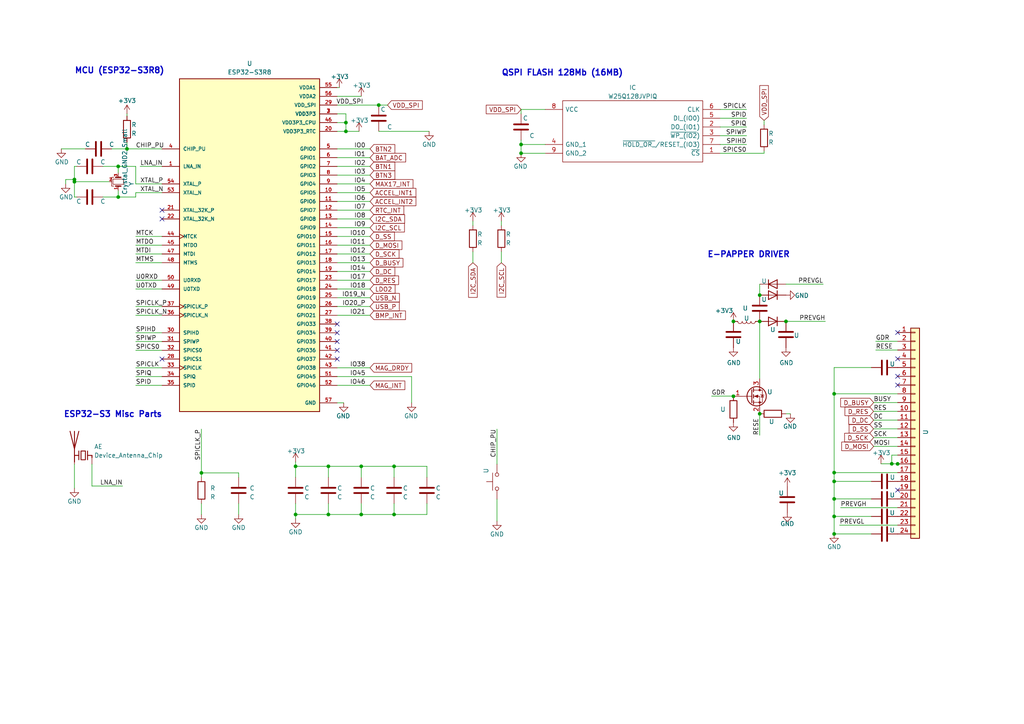
<source format=kicad_sch>
(kicad_sch (version 20220404) (generator eeschema)
  (paper "A4")
  (title_block (title "Watchy-Esp32-s3") (date "2022-08-25") (rev "V1.1") (company "MrT Stephens"))
  (lib_symbols
    (symbol "Connector_Generic:Conn_01x24" (pin_names (offset 1.016) hide)
      (property "Reference" "J" (at 0 30.48 0))
      (property "Value" "Conn_01x24" (at 0 -33.02 0))
      (symbol "Conn_01x24_1_1"
        (rectangle (start -1.27 -30.353) (end 0 -30.607) (stroke (width 0.1524)))
        (rectangle (start -1.27 -27.813) (end 0 -28.067) (stroke (width 0.1524)))
        (rectangle (start -1.27 -25.273) (end 0 -25.527) (stroke (width 0.1524)))
        (rectangle (start -1.27 -22.733) (end 0 -22.987) (stroke (width 0.1524)))
        (rectangle (start -1.27 -20.193) (end 0 -20.447) (stroke (width 0.1524)))
        (rectangle (start -1.27 -17.653) (end 0 -17.907) (stroke (width 0.1524)))
        (rectangle (start -1.27 -15.113) (end 0 -15.367) (stroke (width 0.1524)))
        (rectangle (start -1.27 -12.573) (end 0 -12.827) (stroke (width 0.1524)))
        (rectangle (start -1.27 -10.033) (end 0 -10.287) (stroke (width 0.1524)))
        (rectangle (start -1.27 -7.493) (end 0 -7.747) (stroke (width 0.1524)))
        (rectangle (start -1.27 -4.953) (end 0 -5.207) (stroke (width 0.1524)))
        (rectangle (start -1.27 -2.413) (end 0 -2.667) (stroke (width 0.1524)))
        (rectangle (start -1.27 0.127) (end 0 -0.127) (stroke (width 0.1524)))
        (rectangle (start -1.27 2.667) (end 0 2.413) (stroke (width 0.1524)))
        (rectangle (start -1.27 5.207) (end 0 4.953) (stroke (width 0.1524)))
        (rectangle (start -1.27 7.747) (end 0 7.493) (stroke (width 0.1524)))
        (rectangle (start -1.27 10.287) (end 0 10.033) (stroke (width 0.1524)))
        (rectangle (start -1.27 12.827) (end 0 12.573) (stroke (width 0.1524)))
        (rectangle (start -1.27 15.367) (end 0 15.113) (stroke (width 0.1524)))
        (rectangle (start -1.27 17.907) (end 0 17.653) (stroke (width 0.1524)))
        (rectangle (start -1.27 20.447) (end 0 20.193) (stroke (width 0.1524)))
        (rectangle (start -1.27 22.987) (end 0 22.733) (stroke (width 0.1524)))
        (rectangle (start -1.27 25.527) (end 0 25.273) (stroke (width 0.1524)))
        (rectangle (start -1.27 28.067) (end 0 27.813) (stroke (width 0.1524)))
        (rectangle (start -1.27 29.21) (end 1.27 -31.75) (stroke (width 0.254)) (fill (type background)))
        (pin passive line (at -5.08 27.94 0) (length 3.81) (name "Pin_1") (number "1"))
        (pin passive line (at -5.08 5.08 0) (length 3.81) (name "Pin_10") (number "10"))
        (pin passive line (at -5.08 2.54 0) (length 3.81) (name "Pin_11") (number "11"))
        (pin passive line (at -5.08 0 0) (length 3.81) (name "Pin_12") (number "12"))
        (pin passive line (at -5.08 -2.54 0) (length 3.81) (name "Pin_13") (number "13"))
        (pin passive line (at -5.08 -5.08 0) (length 3.81) (name "Pin_14") (number "14"))
        (pin passive line (at -5.08 -7.62 0) (length 3.81) (name "Pin_15") (number "15"))
        (pin passive line (at -5.08 -10.16 0) (length 3.81) (name "Pin_16") (number "16"))
        (pin passive line (at -5.08 -12.7 0) (length 3.81) (name "Pin_17") (number "17"))
        (pin passive line (at -5.08 -15.24 0) (length 3.81) (name "Pin_18") (number "18"))
        (pin passive line (at -5.08 -17.78 0) (length 3.81) (name "Pin_19") (number "19"))
        (pin passive line (at -5.08 25.4 0) (length 3.81) (name "Pin_2") (number "2"))
        (pin passive line (at -5.08 -20.32 0) (length 3.81) (name "Pin_20") (number "20"))
        (pin passive line (at -5.08 -22.86 0) (length 3.81) (name "Pin_21") (number "21"))
        (pin passive line (at -5.08 -25.4 0) (length 3.81) (name "Pin_22") (number "22"))
        (pin passive line (at -5.08 -27.94 0) (length 3.81) (name "Pin_23") (number "23"))
        (pin passive line (at -5.08 -30.48 0) (length 3.81) (name "Pin_24") (number "24"))
        (pin passive line (at -5.08 22.86 0) (length 3.81) (name "Pin_3") (number "3"))
        (pin passive line (at -5.08 20.32 0) (length 3.81) (name "Pin_4") (number "4"))
        (pin passive line (at -5.08 17.78 0) (length 3.81) (name "Pin_5") (number "5"))
        (pin passive line (at -5.08 15.24 0) (length 3.81) (name "Pin_6") (number "6"))
        (pin passive line (at -5.08 12.7 0) (length 3.81) (name "Pin_7") (number "7"))
        (pin passive line (at -5.08 10.16 0) (length 3.81) (name "Pin_8") (number "8"))
        (pin passive line (at -5.08 7.62 0) (length 3.81) (name "Pin_9") (number "9"))
      )
    )
    (symbol "Device:C" (pin_numbers hide) (pin_names (offset 0.254))
      (property "Reference" "C" (at 0.635 2.54 0))
      (property "Value" "C" (at 0.635 -2.54 0))
      (symbol "C_0_1"
        (polyline (pts (xy -2.032 -0.762) (xy 2.032 -0.762)) (stroke (width 0.508)))
        (polyline (pts (xy -2.032 0.762) (xy 2.032 0.762)) (stroke (width 0.508)))
      )
      (symbol "C_1_1"
        (pin passive line (at 0 3.81 270) (length 2.794) (name "~") (number "1"))
        (pin passive line (at 0 -3.81 90) (length 2.794) (name "~") (number "2"))
      )
    )
    (symbol "Device:Crystal_GND2_Small" (pin_names (offset 1.016) hide)
      (property "Reference" "Y" (at 0 5.08 0))
      (property "Value" "Crystal_GND2_Small" (at 0 3.175 0))
      (symbol "Crystal_GND2_Small_0_1"
        (rectangle (start -0.762 -1.524) (end 0.762 1.524))
        (polyline (pts (xy -1.27 -0.762) (xy -1.27 0.762)) (stroke (width 0.381)))
        (polyline (pts (xy 1.27 -0.762) (xy 1.27 0.762)) (stroke (width 0.381)))
        (polyline (pts (xy -1.27 -1.27) (xy -1.27 -1.905) (xy 1.27 -1.905) (xy 1.27 -1.27)))
      )
      (symbol "Crystal_GND2_Small_1_1"
        (pin passive line (at -2.54 0 0) (length 1.27) (name "1") (number "1"))
        (pin passive line (at 0 -2.54 90) (length 0.635) (name "2") (number "2"))
        (pin passive line (at 2.54 0 180) (length 1.27) (name "3") (number "3"))
      )
    )
    (symbol "Device:D" (pin_numbers hide) (pin_names (offset 1.016) hide)
      (property "Reference" "D" (at 0 2.54 0))
      (property "Value" "D" (at 0 -2.54 0))
      (symbol "D_0_1"
        (polyline (pts (xy -1.27 1.27) (xy -1.27 -1.27)) (stroke (width 0.254)))
        (polyline (pts (xy 1.27 0) (xy -1.27 0)))
        (polyline (pts (xy 1.27 1.27) (xy 1.27 -1.27) (xy -1.27 0) (xy 1.27 1.27)) (stroke (width 0.254)))
      )
      (symbol "D_1_1"
        (pin passive line (at -3.81 0 0) (length 2.54) (name "K") (number "1"))
        (pin passive line (at 3.81 0 180) (length 2.54) (name "A") (number "2"))
      )
    )
    (symbol "Device:L" (pin_numbers hide) (pin_names (offset 1.016) hide)
      (property "Reference" "L" (at -1.27 0 90))
      (property "Value" "L" (at 1.905 0 90))
      (symbol "L_0_1"
        (arc (start 0 -2.54) (mid 0.635 -1.905) (end 0 -1.27))
        (arc (start 0 -1.27) (mid 0.635 -0.635) (end 0 0))
        (arc (start 0 0) (mid 0.635 0.635) (end 0 1.27))
        (arc (start 0 1.27) (mid 0.635 1.905) (end 0 2.54))
      )
      (symbol "L_1_1"
        (pin passive line (at 0 3.81 270) (length 1.27) (name "1") (number "1"))
        (pin passive line (at 0 -3.81 90) (length 1.27) (name "2") (number "2"))
      )
    )
    (symbol "Device:R" (pin_numbers hide) (pin_names (offset 0))
      (property "Reference" "R" (at 2.032 0 90))
      (property "Value" "R" (at 0 0 90))
      (symbol "R_0_1"
        (rectangle (start -1.016 -2.54) (end 1.016 2.54) (stroke (width 0.254)))
      )
      (symbol "R_1_1"
        (pin passive line (at 0 3.81 270) (length 1.27) (name "~") (number "1"))
        (pin passive line (at 0 -3.81 90) (length 1.27) (name "~") (number "2"))
      )
    )
    (symbol "ESP32-S3R8:ESP32-S3R8" (pin_names (offset 1.016))
      (property "Reference" "U" (at -20.32 49.53 0))
      (property "Value" "ESP32-S3R8" (at -20.32 -49.53 0))
      (symbol "ESP32-S3R8_0_0"
        (rectangle (start -20.32 -48.26) (end 20.32 48.26) (stroke (width 0.254)) (fill (type background)))
        (pin bidirectional line (at -25.4 22.86 0) (length 5.08) (name "LNA_IN") (number "1"))
        (pin bidirectional line (at 25.4 15.24 180) (length 5.08) (name "GPIO5") (number "10"))
        (pin bidirectional line (at 25.4 12.7 180) (length 5.08) (name "GPIO6") (number "11"))
        (pin bidirectional line (at 25.4 10.16 180) (length 5.08) (name "GPIO7") (number "12"))
        (pin bidirectional line (at 25.4 7.62 180) (length 5.08) (name "GPIO8") (number "13"))
        (pin bidirectional line (at 25.4 5.08 180) (length 5.08) (name "GPIO9") (number "14"))
        (pin bidirectional line (at 25.4 2.54 180) (length 5.08) (name "GPIO10") (number "15"))
        (pin bidirectional line (at 25.4 0 180) (length 5.08) (name "GPIO11") (number "16"))
        (pin bidirectional line (at 25.4 -2.54 180) (length 5.08) (name "GPIO12") (number "17"))
        (pin bidirectional line (at 25.4 -5.08 180) (length 5.08) (name "GPIO13") (number "18"))
        (pin bidirectional line (at 25.4 -7.62 180) (length 5.08) (name "GPIO14") (number "19"))
        (pin power_in line (at 25.4 38.1 180) (length 5.08) (name "VDD3P3") (number "2"))
        (pin power_in line (at 25.4 33.02 180) (length 5.08) (name "VDD3P3_RTC") (number "20"))
        (pin bidirectional line (at -25.4 10.16 0) (length 5.08) (name "XTAL_32K_P") (number "21"))
        (pin bidirectional line (at -25.4 7.62 0) (length 5.08) (name "XTAL_32K_N") (number "22"))
        (pin bidirectional line (at 25.4 -10.16 180) (length 5.08) (name "GPIO17") (number "23"))
        (pin bidirectional line (at 25.4 -12.7 180) (length 5.08) (name "GPIO18") (number "24"))
        (pin bidirectional line (at 25.4 -15.24 180) (length 5.08) (name "GPIO19") (number "25"))
        (pin bidirectional line (at 25.4 -17.78 180) (length 5.08) (name "GPIO20") (number "26"))
        (pin bidirectional line (at 25.4 -20.32 180) (length 5.08) (name "GPIO21") (number "27"))
        (pin bidirectional line (at -25.4 -33.02 0) (length 5.08) (name "SPICS1") (number "28"))
        (pin power_in line (at 25.4 40.64 180) (length 5.08) (name "VDD_SPI") (number "29"))
        (pin power_in line (at 25.4 38.1 180) (length 5.08) (name "VDD3P3") (number "3"))
        (pin bidirectional line (at -25.4 -25.4 0) (length 5.08) (name "SPIHD") (number "30"))
        (pin bidirectional line (at -25.4 -27.94 0) (length 5.08) (name "SPIWP") (number "31"))
        (pin bidirectional line (at -25.4 -30.48 0) (length 5.08) (name "SPICS0") (number "32"))
        (pin bidirectional clock (at -25.4 -35.56 0) (length 5.08) (name "SPICLK") (number "33"))
        (pin bidirectional line (at -25.4 -38.1 0) (length 5.08) (name "SPIQ") (number "34"))
        (pin bidirectional line (at -25.4 -40.64 0) (length 5.08) (name "SPID") (number "35"))
        (pin bidirectional clock (at -25.4 -20.32 0) (length 5.08) (name "SPICLK_N") (number "36"))
        (pin bidirectional clock (at -25.4 -17.78 0) (length 5.08) (name "SPICLK_P") (number "37"))
        (pin bidirectional line (at 25.4 -22.86 180) (length 5.08) (name "GPIO33") (number "38"))
        (pin bidirectional line (at 25.4 -25.4 180) (length 5.08) (name "GPIO34") (number "39"))
        (pin input line (at -25.4 27.94 0) (length 5.08) (name "CHIP_PU") (number "4"))
        (pin bidirectional line (at 25.4 -27.94 180) (length 5.08) (name "GPIO35") (number "40"))
        (pin bidirectional line (at 25.4 -30.48 180) (length 5.08) (name "GPIO36") (number "41"))
        (pin bidirectional line (at 25.4 -33.02 180) (length 5.08) (name "GPIO37") (number "42"))
        (pin bidirectional line (at 25.4 -35.56 180) (length 5.08) (name "GPIO38") (number "43"))
        (pin bidirectional clock (at -25.4 2.54 0) (length 5.08) (name "MTCK") (number "44"))
        (pin bidirectional line (at -25.4 0 0) (length 5.08) (name "MTDO") (number "45"))
        (pin power_in line (at 25.4 35.56 180) (length 5.08) (name "VDD3P3_CPU") (number "46"))
        (pin bidirectional line (at -25.4 -2.54 0) (length 5.08) (name "MTDI") (number "47"))
        (pin bidirectional line (at -25.4 -5.08 0) (length 5.08) (name "MTMS") (number "48"))
        (pin bidirectional line (at -25.4 -12.7 0) (length 5.08) (name "U0TXD") (number "49"))
        (pin bidirectional line (at 25.4 27.94 180) (length 5.08) (name "GPIO0") (number "5"))
        (pin bidirectional line (at -25.4 -10.16 0) (length 5.08) (name "U0RXD") (number "50"))
        (pin bidirectional line (at 25.4 -38.1 180) (length 5.08) (name "GPIO45") (number "51"))
        (pin bidirectional line (at 25.4 -40.64 180) (length 5.08) (name "GPIO46") (number "52"))
        (pin output line (at -25.4 15.24 0) (length 5.08) (name "XTAL_N") (number "53"))
        (pin input line (at -25.4 17.78 0) (length 5.08) (name "XTAL_P") (number "54"))
        (pin power_in line (at 25.4 45.72 180) (length 5.08) (name "VDDA1") (number "55"))
        (pin power_in line (at 25.4 43.18 180) (length 5.08) (name "VDDA2") (number "56"))
        (pin power_in line (at 25.4 -45.72 180) (length 5.08) (name "GND") (number "57"))
        (pin bidirectional line (at 25.4 25.4 180) (length 5.08) (name "GPIO1") (number "6"))
        (pin bidirectional line (at 25.4 22.86 180) (length 5.08) (name "GPIO2") (number "7"))
        (pin bidirectional line (at 25.4 20.32 180) (length 5.08) (name "GPIO3") (number "8"))
        (pin bidirectional line (at 25.4 17.78 180) (length 5.08) (name "GPIO4") (number "9"))
      )
    )
    (symbol "Switch:SW_Push" (pin_numbers hide) (pin_names (offset 1.016) hide)
      (property "Reference" "SW" (at 1.27 2.54 0))
      (property "Value" "SW_Push" (at 0 -1.524 0))
      (symbol "SW_Push_0_1"
        (circle (center -2.032 0) (radius 0.508))
        (polyline (pts (xy 0 1.27) (xy 0 3.048)))
        (polyline (pts (xy 2.54 1.27) (xy -2.54 1.27)))
        (circle (center 2.032 0) (radius 0.508))
        (pin passive line (at -5.08 0 0) (length 2.54) (name "1") (number "1"))
        (pin passive line (at 5.08 0 180) (length 2.54) (name "2") (number "2"))
      )
    )
    (symbol "Transistor_FET:DMN3042L" (pin_names hide)
      (property "Reference" "Q" (at 5.08 1.905 0))
      (property "Value" "DMN3042L" (at 5.08 0 0))
      (symbol "DMN3042L_0_1"
        (polyline (pts (xy 0.254 0) (xy -2.54 0)))
        (polyline (pts (xy 0.254 1.905) (xy 0.254 -1.905)) (stroke (width 0.254)))
        (polyline (pts (xy 0.762 -1.27) (xy 0.762 -2.286)) (stroke (width 0.254)))
        (polyline (pts (xy 0.762 0.508) (xy 0.762 -0.508)) (stroke (width 0.254)))
        (polyline (pts (xy 0.762 2.286) (xy 0.762 1.27)) (stroke (width 0.254)))
        (polyline (pts (xy 2.54 2.54) (xy 2.54 1.778)))
        (polyline (pts (xy 2.54 -2.54) (xy 2.54 0) (xy 0.762 0)))
        (polyline (pts (xy 0.762 -1.778) (xy 3.302 -1.778) (xy 3.302 1.778) (xy 0.762 1.778)))
        (polyline (pts (xy 1.016 0) (xy 2.032 0.381) (xy 2.032 -0.381) (xy 1.016 0)) (fill (type outline)))
        (polyline (pts (xy 2.794 0.508) (xy 2.921 0.381) (xy 3.683 0.381) (xy 3.81 0.254)))
        (polyline (pts (xy 3.302 0.381) (xy 2.921 -0.254) (xy 3.683 -0.254) (xy 3.302 0.381)))
        (circle (center 1.651 0) (radius 2.794) (stroke (width 0.254)))
        (circle (center 2.54 -1.778) (radius 0.254) (fill (type outline)))
        (circle (center 2.54 1.778) (radius 0.254) (fill (type outline)))
      )
      (symbol "DMN3042L_1_1"
        (pin input line (at -5.08 0 0) (length 2.54) (name "G") (number "1"))
        (pin passive line (at 2.54 -5.08 90) (length 2.54) (name "S") (number "2"))
        (pin passive line (at 2.54 5.08 270) (length 2.54) (name "D") (number "3"))
      )
    )
    (symbol "W25Q128JVPIQ:W25Q128JVPIQ" (pin_names (offset 0.762))
      (property "Reference" "IC" (at 46.99 7.62 0))
      (property "Value" "W25Q128JVPIQ" (at 46.99 5.08 0))
      (symbol "W25Q128JVPIQ_0_0"
        (pin passive line (at 50.8 -12.7 180) (length 5.08) (name "~{CS}") (number "1"))
        (pin passive line (at 50.8 -5.08 180) (length 5.08) (name "DO_(IO1)") (number "2"))
        (pin passive line (at 50.8 -7.62 180) (length 5.08) (name "~{WP_(IO2})") (number "3"))
        (pin passive line (at 0 -10.16 0) (length 5.08) (name "GND_1") (number "4"))
        (pin passive line (at 50.8 -2.54 180) (length 5.08) (name "DI_(IO0)") (number "5"))
        (pin passive line (at 50.8 0 180) (length 5.08) (name "CLK") (number "6"))
        (pin passive line (at 50.8 -10.16 180) (length 5.08) (name "~{HOLD_OR_}/RESET_(IO3)") (number "7"))
        (pin passive line (at 0 0 0) (length 5.08) (name "VCC") (number "8"))
        (pin passive line (at 0 -12.7 0) (length 5.08) (name "GND_2") (number "9"))
      )
      (symbol "W25Q128JVPIQ_0_1"
        (polyline (pts (xy 5.08 2.54) (xy 45.72 2.54) (xy 45.72 -15.24) (xy 5.08 -15.24) (xy 5.08 2.54)) (stroke (width 0.1524)))
      )
    )
    (symbol "Watchy-cache:Device_Antenna_Chip" (pin_numbers hide) (pin_names (offset 1.016) hide)
      (property "Reference" "AE" (at 0 5.08 0))
      (property "Value" "Device_Antenna_Chip" (at 0 3.175 0))
      (symbol "Device_Antenna_Chip_0_1"
        (polyline (pts (xy -2.54 0) (xy -2.54 -0.635)) (stroke (width 0.254)))
        (polyline (pts (xy -2.54 0) (xy -1.27 0)) (stroke (width 0.254)))
        (polyline (pts (xy 1.27 0) (xy 2.54 0)) (stroke (width 0.254)))
        (polyline (pts (xy 1.27 1.27) (xy 1.27 -1.27)) (stroke (width 0.254)))
        (polyline (pts (xy 2.54 -0.635) (xy 2.54 0)))
        (polyline (pts (xy 2.54 6.985) (xy 2.54 -1.905)) (stroke (width 0.254)))
        (polyline (pts (xy -1.27 1.27) (xy -1.27 -1.27) (xy -1.27 0)) (stroke (width 0.254)))
        (polyline (pts (xy 3.81 6.985) (xy 2.54 1.905) (xy 1.27 6.985)) (stroke (width 0.254)))
        (polyline (pts (xy -0.635 1.27) (xy 0.635 1.27) (xy 0.635 -1.27) (xy -0.635 -1.27) (xy -0.635 1.27)) (stroke (width 0.254)))
      )
      (symbol "Device_Antenna_Chip_1_1"
        (pin input line (at -2.54 -2.54 90) (length 2.54) (name "FEED") (number "1"))
        (pin passive line (at 2.54 -2.54 90) (length 2.54) (name "PCB_Trace") (number "2"))
      )
    )
    (symbol "power:+3V3" (power) (pin_names (offset 0))
      (property "Value" "+3V3" (at 0 3.556 0))
      (symbol "+3V3_0_1"
        (polyline (pts (xy -0.762 1.27) (xy 0 2.54)))
        (polyline (pts (xy 0 0) (xy 0 2.54)))
        (polyline (pts (xy 0 2.54) (xy 0.762 1.27)))
      )
      (symbol "+3V3_1_1"
        (pin power_in line (at 0 0 90) (length 0) hide (name "+3V3") (number "1"))
      )
    )
    (symbol "power:GND" (power) (pin_names (offset 0))
      (property "Value" "GND" (at 0 -3.81 0))
      (symbol "GND_0_1"
        (polyline (pts (xy 0 0) (xy 0 -1.27) (xy 1.27 -1.27) (xy 0 -2.54) (xy -1.27 -1.27) (xy 0 -1.27)))
      )
      (symbol "GND_1_1"
        (pin power_in line (at 0 0 270) (length 0) hide (name "GND") (number "1"))
      )
    )
  )
  (junction (at 241.935 154.8638))
  (junction (at 34.29 57.15))
  (junction (at 95.25 135.255))
  (junction (at 95.25 149.225))
  (junction (at 58.42 137.16))
  (junction (at 21.59 52.07))
  (junction (at 220.345 120.015))
  (junction (at 241.935 139.6238))
  (junction (at 260.35 134.5438))
  (junction (at 100.33 35.56))
  (junction (at 241.935 149.7838))
  (junction (at 34.29 48.26))
  (junction (at 104.775 149.225))
  (junction (at 212.725 114.935))
  (junction (at 241.935 137.0838))
  (junction (at 220.345 85.598))
  (junction (at 21.59 52.705))
  (junction (at 85.725 135.255))
  (junction (at 258.6482 134.5184))
  (junction (at 114.3 135.255))
  (junction (at 104.775 135.255))
  (junction (at 212.725 93.218))
  (junction (at 241.935 114.2238))
  (junction (at 220.345 93.218))
  (junction (at 109.855 30.48))
  (junction (at 227.965 93.218))
  (junction (at 114.3 149.225))
  (junction (at 151.13 41.91))
  (junction (at 100.33 38.1))
  (junction (at 151.13 44.45))
  (junction (at 85.725 149.225))
  (junction (at 241.935 144.7038))
  (junction (at 36.83 43.18))
  (no_connect (at 260.35 111.6838))
  (no_connect (at 97.79 93.98))
  (no_connect (at 97.79 96.52))
  (no_connect (at 97.79 99.06))
  (no_connect (at 97.79 101.6))
  (no_connect (at 97.79 104.14))
  (no_connect (at 260.35 142.1638))
  (no_connect (at 46.99 60.96))
  (no_connect (at 260.35 109.1438))
  (no_connect (at 260.35 96.4438))
  (no_connect (at 46.99 104.14))
  (no_connect (at 46.99 63.5))
  (no_connect (at 260.35 104.0638))
  (wire (pts (xy 208.915 44.45) (xy 221.615 44.45)))
  (wire (pts (xy 208.915 31.75) (xy 216.535 31.75)))
  (wire (pts (xy 40.64 48.26) (xy 46.99 48.26)))
  (wire (pts (xy 104.775 146.05) (xy 104.775 149.225)))
  (wire (pts (xy 114.3 146.05) (xy 114.3 149.225)))
  (wire (pts (xy 104.775 135.255) (xy 104.775 138.43)))
  (wire (pts (xy 85.725 138.43) (xy 85.725 135.255)))
  (wire (pts (xy 97.79 111.76) (xy 107.315 111.76)))
  (wire (pts (xy 151.13 40.64) (xy 151.13 41.91)))
  (wire (pts (xy 97.79 78.74) (xy 107.315 78.74)))
  (wire (pts (xy 241.935 114.2238) (xy 260.35 114.2238)))
  (wire (pts (xy 114.3 149.225) (xy 123.825 149.225)))
  (wire (pts (xy 34.29 48.26) (xy 39.37 48.26)))
  (wire (pts (xy 97.79 33.02) (xy 100.33 33.02)))
  (wire (pts (xy 29.845 48.26) (xy 34.29 48.26)))
  (wire (pts (xy 85.725 146.05) (xy 85.725 149.225)))
  (wire (pts (xy 39.37 81.28) (xy 46.99 81.28)))
  (wire (pts (xy 98.425 25.4) (xy 97.79 25.4)))
  (wire (pts (xy 39.37 76.2) (xy 46.99 76.2)))
  (wire (pts (xy 39.37 101.6) (xy 46.99 101.6)))
  (wire (pts (xy 97.79 63.5) (xy 107.315 63.5)))
  (wire (pts (xy 229.2604 120.015) (xy 227.965 120.015)))
  (wire (pts (xy 39.37 48.26) (xy 39.37 53.34)))
  (wire (pts (xy 97.79 48.26) (xy 107.315 48.26)))
  (wire (pts (xy 39.37 91.44) (xy 46.99 91.44)))
  (wire (pts (xy 104.775 135.255) (xy 114.3 135.255)))
  (wire (pts (xy 253.365 121.8438) (xy 260.35 121.8438)))
  (wire (pts (xy 208.915 34.29) (xy 216.535 34.29)))
  (wire (pts (xy 97.79 68.58) (xy 107.315 68.58)))
  (wire (pts (xy 97.79 35.56) (xy 100.33 35.56)))
  (wire (pts (xy 97.79 50.8) (xy 107.315 50.8)))
  (wire (pts (xy 85.725 135.255) (xy 95.25 135.255)))
  (wire (pts (xy 19.05 53.34) (xy 19.05 52.07)))
  (wire (pts (xy 17.78 43.18) (xy 24.765 43.18)))
  (wire (pts (xy 29.845 57.15) (xy 34.29 57.15)))
  (wire (pts (xy 119.38 116.84) (xy 119.38 109.22)))
  (wire (pts (xy 97.79 83.82) (xy 107.315 83.82)))
  (wire (pts (xy 22.225 48.26) (xy 21.59 48.26)))
  (wire (pts (xy 97.79 86.36) (xy 107.315 86.36)))
  (wire (pts (xy 151.13 41.91) (xy 158.115 41.91)))
  (wire (pts (xy 208.915 41.91) (xy 216.535 41.91)))
  (wire (pts (xy 36.83 41.275) (xy 36.83 43.18)))
  (wire (pts (xy 85.725 149.225) (xy 85.725 150.495)))
  (wire (pts (xy 69.215 137.16) (xy 69.215 138.43)))
  (wire (pts (xy 145.415 64.135) (xy 145.415 65.405)))
  (wire (pts (xy 252.73 154.8638) (xy 241.935 154.8638)))
  (wire (pts (xy 34.29 57.15) (xy 39.37 57.15)))
  (wire (pts (xy 97.79 53.34) (xy 107.315 53.34)))
  (wire (pts (xy 39.37 53.34) (xy 46.99 53.34)))
  (wire (pts (xy 241.935 154.8638) (xy 241.935 149.7838)))
  (wire (pts (xy 220.345 120.015) (xy 220.345 126.238)))
  (wire (pts (xy 85.725 149.225) (xy 95.25 149.225)))
  (wire (pts (xy 252.73 149.7838) (xy 241.935 149.7838)))
  (wire (pts (xy 21.59 134.62) (xy 21.59 141.605)))
  (wire (pts (xy 97.79 43.18) (xy 107.315 43.18)))
  (wire (pts (xy 26.67 134.62) (xy 26.67 140.97)))
  (wire (pts (xy 253.365 124.3838) (xy 260.35 124.3838)))
  (wire (pts (xy 32.385 43.18) (xy 36.83 43.18)))
  (wire (pts (xy 144.145 124.46) (xy 144.145 134.62)))
  (wire (pts (xy 227.965 93.218) (xy 239.395 93.218)))
  (wire (pts (xy 97.79 30.48) (xy 109.855 30.48)))
  (wire (pts (xy 39.37 106.68) (xy 46.99 106.68)))
  (wire (pts (xy 114.3 135.255) (xy 114.3 138.43)))
  (wire (pts (xy 39.37 96.52) (xy 46.99 96.52)))
  (wire (pts (xy 58.42 124.46) (xy 58.42 137.16)))
  (wire (pts (xy 100.33 35.56) (xy 100.33 38.1)))
  (wire (pts (xy 114.3 135.255) (xy 123.825 135.255)))
  (wire (pts (xy 260.35 137.0838) (xy 241.935 137.0838)))
  (wire (pts (xy 241.935 139.6238) (xy 241.935 144.7038)))
  (wire (pts (xy 221.615 34.925) (xy 221.615 36.195)))
  (wire (pts (xy 220.345 85.598) (xy 220.345 82.423)))
  (wire (pts (xy 97.79 109.22) (xy 119.38 109.22)))
  (wire (pts (xy 36.83 33.02) (xy 36.83 33.655)))
  (wire (pts (xy 208.915 36.83) (xy 216.535 36.83)))
  (wire (pts (xy 252.73 106.6038) (xy 241.935 106.6038)))
  (wire (pts (xy 144.145 144.78) (xy 144.145 151.13)))
  (wire (pts (xy 97.79 55.88) (xy 107.315 55.88)))
  (wire (pts (xy 97.79 66.04) (xy 107.315 66.04)))
  (wire (pts (xy 36.83 43.18) (xy 46.99 43.18)))
  (wire (pts (xy 97.79 60.96) (xy 107.315 60.96)))
  (wire (pts (xy 212.725 114.8842) (xy 212.725 114.935)))
  (wire (pts (xy 19.05 52.07) (xy 21.59 52.07)))
  (wire (pts (xy 97.79 73.66) (xy 107.315 73.66)))
  (wire (pts (xy 252.73 139.6238) (xy 241.935 139.6238)))
  (wire (pts (xy 260.35 134.5184) (xy 260.35 134.5438)))
  (wire (pts (xy 97.79 91.44) (xy 107.315 91.44)))
  (wire (pts (xy 206.375 114.8842) (xy 212.725 114.8842)))
  (wire (pts (xy 253.365 119.3038) (xy 260.35 119.3038)))
  (wire (pts (xy 97.79 106.68) (xy 107.315 106.68)))
  (wire (pts (xy 39.37 99.06) (xy 46.99 99.06)))
  (wire (pts (xy 39.37 111.76) (xy 46.99 111.76)))
  (wire (pts (xy 21.59 48.26) (xy 21.59 52.07)))
  (wire (pts (xy 39.37 83.82) (xy 46.99 83.82)))
  (wire (pts (xy 220.345 93.218) (xy 220.345 109.855)))
  (wire (pts (xy 97.79 88.9) (xy 107.315 88.9)))
  (wire (pts (xy 31.75 52.705) (xy 21.59 52.705)))
  (wire (pts (xy 100.33 33.02) (xy 100.33 35.56)))
  (wire (pts (xy 97.79 81.28) (xy 107.315 81.28)))
  (wire (pts (xy 227.965 82.423) (xy 238.76 82.423)))
  (wire (pts (xy 95.25 135.255) (xy 104.775 135.255)))
  (wire (pts (xy 151.13 33.02) (xy 151.13 31.75)))
  (wire (pts (xy 97.79 58.42) (xy 107.315 58.42)))
  (wire (pts (xy 21.59 52.07) (xy 21.59 52.705)))
  (wire (pts (xy 34.29 55.245) (xy 34.29 57.15)))
  (wire (pts (xy 104.775 149.225) (xy 114.3 149.225)))
  (wire (pts (xy 243.7892 147.2438) (xy 260.35 147.2438)))
  (wire (pts (xy 95.25 146.05) (xy 95.25 149.225)))
  (wire (pts (xy 137.16 76.2) (xy 137.16 73.025)))
  (wire (pts (xy 58.42 137.16) (xy 69.215 137.16)))
  (wire (pts (xy 253.365 129.4638) (xy 260.35 129.4638)))
  (wire (pts (xy 21.59 57.15) (xy 21.59 52.705)))
  (wire (pts (xy 97.79 45.72) (xy 107.315 45.72)))
  (wire (pts (xy 46.99 55.88) (xy 39.37 55.88)))
  (wire (pts (xy 95.25 135.255) (xy 95.25 138.43)))
  (wire (pts (xy 241.935 106.6038) (xy 241.935 114.2238)))
  (wire (pts (xy 69.215 146.05) (xy 69.215 149.225)))
  (wire (pts (xy 85.725 133.985) (xy 85.725 135.255)))
  (wire (pts (xy 100.33 38.1) (xy 97.79 38.1)))
  (wire (pts (xy 151.13 44.45) (xy 158.115 44.45)))
  (wire (pts (xy 123.825 135.255) (xy 123.825 138.43)))
  (wire (pts (xy 58.42 146.05) (xy 58.42 149.225)))
  (wire (pts (xy 253.365 126.9238) (xy 260.35 126.9238)))
  (wire (pts (xy 208.915 39.37) (xy 216.535 39.37)))
  (wire (pts (xy 22.225 57.15) (xy 21.59 57.15)))
  (wire (pts (xy 258.6482 134.5184) (xy 260.35 134.5184)))
  (wire (pts (xy 260.35 132.0038) (xy 258.6482 132.0038)))
  (wire (pts (xy 58.42 138.43) (xy 58.42 137.16)))
  (wire (pts (xy 258.6482 132.0038) (xy 258.6482 134.5184)))
  (wire (pts (xy 253.365 116.7638) (xy 260.35 116.7638)))
  (wire (pts (xy 104.14 38.1) (xy 100.33 38.1)))
  (wire (pts (xy 241.935 139.6238) (xy 241.935 137.0838)))
  (wire (pts (xy 255.524 134.5184) (xy 258.6482 134.5184)))
  (wire (pts (xy 252.73 144.7038) (xy 241.935 144.7038)))
  (wire (pts (xy 95.25 149.225) (xy 104.775 149.225)))
  (wire (pts (xy 97.79 76.2) (xy 107.315 76.2)))
  (wire (pts (xy 104.775 27.94) (xy 97.79 27.94)))
  (wire (pts (xy 221.615 43.815) (xy 221.615 44.45)))
  (wire (pts (xy 254 98.9838) (xy 260.35 98.9838)))
  (wire (pts (xy 39.37 55.88) (xy 39.37 57.15)))
  (wire (pts (xy 254 101.5238) (xy 260.35 101.5238)))
  (wire (pts (xy 243.5098 152.3238) (xy 260.35 152.3238)))
  (wire (pts (xy 34.29 48.26) (xy 34.29 50.165)))
  (wire (pts (xy 241.935 144.7038) (xy 241.935 149.7838)))
  (wire (pts (xy 35.56 140.97) (xy 26.67 140.97)))
  (wire (pts (xy 39.37 68.58) (xy 46.99 68.58)))
  (wire (pts (xy 241.935 137.0838) (xy 241.935 114.2238)))
  (wire (pts (xy 97.79 71.12) (xy 107.315 71.12)))
  (wire (pts (xy 39.37 88.9) (xy 46.99 88.9)))
  (wire (pts (xy 99.695 116.84) (xy 97.79 116.84)))
  (wire (pts (xy 123.825 149.225) (xy 123.825 146.05)))
  (wire (pts (xy 109.855 30.48) (xy 112.395 30.48)))
  (wire (pts (xy 145.415 76.2) (xy 145.415 73.025)))
  (wire (pts (xy 151.13 31.75) (xy 158.115 31.75)))
  (wire (pts (xy 124.46 38.1) (xy 109.855 38.1)))
  (wire (pts (xy 39.37 71.12) (xy 46.99 71.12)))
  (wire (pts (xy 39.37 73.66) (xy 46.99 73.66)))
  (wire (pts (xy 137.16 64.135) (xy 137.16 65.405)))
  (wire (pts (xy 151.13 41.91) (xy 151.13 44.45)))
  (wire (pts (xy 39.37 109.22) (xy 46.99 109.22)))
  (text "MCU (ESP32-S3R8)" (at 21.59 21.59 0) (effects (font (size 1.7 1.7) (thickness 0.34) bold) (justify left bottom)))
  (text "ESP32-S3 Misc Parts" (at 18.415 121.285 0) (effects (font (size 1.7 1.7) (thickness 0.34) bold) (justify left bottom)))
  (text "QSPI FLASH 128Mb (16MB)" (at 145.415 22.225 0) (effects (font (size 1.7 1.7) (thickness 0.34) bold) (justify left bottom)))
  (text "E-PAPPER DRIVER" (at 205.105 74.93 0) (effects (font (size 1.7 1.7) (thickness 0.34) bold) (justify left bottom)))
  (label "PREVGL" (at 238.76 82.423 0))
  (label "IO13" (at 106.045 76.2 0))
  (label "VDD_SPI" (at 105.41 30.48 0))
  (label "SPICLK" (at 216.535 31.75 0))
  (label "IO9" (at 106.045 66.04 0))
  (label "SPIQ" (at 216.535 36.83 0))
  (label "PREVGH" (at 239.395 93.218 0))
  (label "IO4" (at 106.045 53.34 0))
  (label "IO6" (at 106.045 58.42 0))
  (label "IO21" (at 106.045 91.44 0))
  (label "MOSI" (at 253.365 129.4638 0))
  (label "LNA_IN" (at 40.64 48.26 0))
  (label "LNA_IN" (at 35.56 140.97 0))
  (label "IO3" (at 106.045 50.8 0))
  (label "IO5" (at 106.045 55.88 0))
  (label "IO45" (at 106.045 109.22 0))
  (label "MTDO" (at 39.37 71.12 0))
  (label "GDR" (at 254 98.9838 0))
  (label "U0TXD" (at 39.37 83.82 0))
  (label "SPIHD" (at 216.535 41.91 0))
  (label "SPICS0" (at 216.535 44.45 0))
  (label "IO20_P" (at 106.045 88.9 0))
  (label "SPID" (at 39.37 111.76 0))
  (label "RES" (at 253.365 119.3038 0))
  (label "PREVGH" (at 243.7892 147.2438 0))
  (label "IO19_N" (at 106.045 86.36 0))
  (label "GDR" (at 206.375 114.8842 0))
  (label "PREVGL" (at 243.5098 152.3238 0))
  (label "SPIQ" (at 39.37 109.22 0))
  (label "SPIHD" (at 39.37 96.52 0))
  (label "IO18" (at 106.045 83.82 0))
  (label "SPIWP" (at 39.37 99.06 0))
  (label "IO11" (at 106.045 71.12 0))
  (label "IO1" (at 106.045 45.72 0))
  (label "DC" (at 253.365 121.8438 0))
  (label "MTDI" (at 39.37 73.66 0))
  (label "MTMS" (at 39.37 76.2 0))
  (label "U0RXD" (at 39.37 81.28 0))
  (label "XTAL_P" (at 40.64 53.34 0))
  (label "IO8" (at 106.045 63.5 0))
  (label "IO2" (at 106.045 48.26 0))
  (label "BUSY" (at 253.365 116.7638 0))
  (label "SPIWP" (at 216.535 39.37 0))
  (label "CHIP_PU" (at 39.37 43.18 0))
  (label "SPICLK_N" (at 39.37 91.44 0))
  (label "MTCK" (at 39.37 68.58 0))
  (label "SPICLK_P" (at 58.42 124.46 90))
  (label "SPID" (at 216.535 34.29 0))
  (label "RESE" (at 220.345 126.238 90))
  (label "IO10" (at 106.045 68.58 0))
  (label "RESE" (at 254 101.5238 0))
  (label "XTAL_N" (at 40.64 55.88 0))
  (label "IO14" (at 106.045 78.74 0))
  (label "SPICLK_P" (at 39.37 88.9 0))
  (label "CHIP_PU" (at 144.145 124.46 90))
  (label "IO12" (at 106.045 73.66 0))
  (label "SPICS0" (at 39.37 101.6 0))
  (label "IO17" (at 106.045 81.28 0))
  (label "IO46" (at 106.045 111.76 0))
  (label "IO38" (at 106.045 106.68 0))
  (label "IO7" (at 106.045 60.96 0))
  (label "SCK" (at 253.365 126.9238 0))
  (label "SS" (at 253.365 124.3838 0))
  (label "SPICLK" (at 39.37 106.68 0))
  (label "IO0" (at 106.045 43.18 0))
  (global_label "I2C_SCL" (shape input) (at 107.315 66.04 0) (property "Intersheetrefs" "${INTERSHEET_REFS}" (effects hide)))
  (global_label "D_BUSY" (shape input) (at 107.315 76.2 0) (property "Intersheetrefs" "${INTERSHEET_REFS}" (effects hide)))
  (global_label "BAT_ADC" (shape input) (at 107.315 45.72 0) (property "Intersheetrefs" "${INTERSHEET_REFS}" (effects hide)))
  (global_label "LDO2" (shape input) (at 107.315 83.82 0) (property "Intersheetrefs" "${INTERSHEET_REFS}" (effects hide)))
  (global_label "ACCEL_INT2" (shape input) (at 107.315 58.42 0) (property "Intersheetrefs" "${INTERSHEET_REFS}" (effects hide)))
  (global_label "VDD_SPI" (shape input) (at 151.13 31.75 180) (property "Intersheetrefs" "${INTERSHEET_REFS}" (effects hide)))
  (global_label "D_MOSI" (shape input) (at 107.315 71.12 0) (property "Intersheetrefs" "${INTERSHEET_REFS}" (effects hide)))
  (global_label "BTN3" (shape input) (at 107.315 50.8 0) (property "Intersheetrefs" "${INTERSHEET_REFS}" (effects hide)))
  (global_label "RTC_INT" (shape input) (at 107.315 60.96 0) (property "Intersheetrefs" "${INTERSHEET_REFS}" (effects hide)))
  (global_label "BMP_INT" (shape input) (at 107.315 91.44 0) (property "Intersheetrefs" "${INTERSHEET_REFS}" (effects hide)))
  (global_label "BTN2" (shape input) (at 107.315 43.18 0) (property "Intersheetrefs" "${INTERSHEET_REFS}" (effects hide)))
  (global_label "D_BUSY" (shape input) (at 253.3904 116.7638 180) (property "Intersheetrefs" "${INTERSHEET_REFS}" (effects hide)))
  (global_label "MAG_INT" (shape input) (at 107.315 111.76 0) (property "Intersheetrefs" "${INTERSHEET_REFS}" (effects hide)))
  (global_label "VDD_SPI" (shape input) (at 112.395 30.48 0) (property "Intersheetrefs" "${INTERSHEET_REFS}" (effects hide)))
  (global_label "D_SS" (shape input) (at 107.315 68.58 0) (property "Intersheetrefs" "${INTERSHEET_REFS}" (effects hide)))
  (global_label "D_SS" (shape input) (at 253.365 124.3838 180) (property "Intersheetrefs" "${INTERSHEET_REFS}" (effects hide)))
  (global_label "USB_P" (shape input) (at 107.315 88.9 0) (property "Intersheetrefs" "${INTERSHEET_REFS}" (effects hide)))
  (global_label "D_RES" (shape input) (at 107.315 81.28 0) (property "Intersheetrefs" "${INTERSHEET_REFS}" (effects hide)))
  (global_label "I2C_SDA" (shape input) (at 107.315 63.5 0) (property "Intersheetrefs" "${INTERSHEET_REFS}" (effects hide)))
  (global_label "D_DC" (shape input) (at 107.315 78.74 0) (property "Intersheetrefs" "${INTERSHEET_REFS}" (effects hide)))
  (global_label "MAG_DRDY" (shape input) (at 107.315 106.68 0) (property "Intersheetrefs" "${INTERSHEET_REFS}" (effects hide)))
  (global_label "USB_N" (shape input) (at 107.315 86.36 0) (property "Intersheetrefs" "${INTERSHEET_REFS}" (effects hide)))
  (global_label "I2C_SDA" (shape input) (at 137.16 76.2 270) (property "Intersheetrefs" "${INTERSHEET_REFS}" (effects hide)))
  (global_label "BTN1" (shape input) (at 107.315 48.26 0) (property "Intersheetrefs" "${INTERSHEET_REFS}" (effects hide)))
  (global_label "D_MOSI" (shape input) (at 253.3904 129.4638 180) (property "Intersheetrefs" "${INTERSHEET_REFS}" (effects hide)))
  (global_label "VDD_SPI" (shape input) (at 221.615 34.925 90) (property "Intersheetrefs" "${INTERSHEET_REFS}" (effects hide)))
  (global_label "I2C_SCL" (shape input) (at 145.415 76.2 270) (property "Intersheetrefs" "${INTERSHEET_REFS}" (effects hide)))
  (global_label "D_SCK" (shape input) (at 107.315 73.66 0) (property "Intersheetrefs" "${INTERSHEET_REFS}" (effects hide)))
  (global_label "ACCEL_INT1" (shape input) (at 107.315 55.88 0) (property "Intersheetrefs" "${INTERSHEET_REFS}" (effects hide)))
  (global_label "D_RES" (shape input) (at 253.365 119.3038 180) (property "Intersheetrefs" "${INTERSHEET_REFS}" (effects hide)))
  (global_label "D_SCK" (shape input) (at 253.3904 126.9238 180) (property "Intersheetrefs" "${INTERSHEET_REFS}" (effects hide)))
  (global_label "MAX17_INT" (shape input) (at 107.315 53.34 0) (property "Intersheetrefs" "${INTERSHEET_REFS}" (effects hide)))
  (global_label "D_DC" (shape input) (at 253.3904 121.8438 180) (property "Intersheetrefs" "${INTERSHEET_REFS}" (effects hide)))
  (symbol (lib_id "ESP32-S3R8:ESP32-S3R8") (at 72.39 71.12 0) (unit 1)
    (default_instance (reference "U") (unit 1) (value "ESP32-S3R8") (footprint "QFN40P700X700X90-57N"))
    (property "Reference" "U" (at 72.39 18.415 0))
    (property "Value" "ESP32-S3R8" (at 72.39 20.955 0))
    (property "Footprint" "QFN40P700X700X90-57N" (effects hide))
    (property "Package" "None" (effects hide))
    (property "MP" "ESP32-S3" (effects hide))
    (property "Description" "Espressif Systems [ENGINEERING SAMPLES]SMD IC , Dual-Core MCU, Wi-Fi 2.4G & BLE 5.0 combo, 8 MB Octal SPI PSRAM, QFN 56-pin, 7*7 mm" (effects hide))
    (property "Availability" "In Stock" (effects hide))
    (property "Price" "None" (effects hide))
    (property "MF" "Espressif Systems" (effects hide))
    (property "Purchase-URL" "https://pricing.snapeda.com/search/part/ESP32-S3R8/?ref=eda" (effects hide))
  )
  (symbol (lib_id "W25Q128JVPIQ:W25Q128JVPIQ") (at 158.115 31.75 0) (unit 1)
    (default_instance (reference "IC") (unit 1) (value "W25Q128JVPIQ") (footprint "SON127P600X500X80-9N-D"))
    (property "Reference" "IC" (at 183.515 25.4 0))
    (property "Value" "W25Q128JVPIQ" (at 183.515 27.94 0))
    (property "Footprint" "SON127P600X500X80-9N-D" (effects hide))
    (property "Datasheet" "https://www.arrow.com/en/products/w25q128jvpiq/winbond-electronics" (effects hide))
    (property "Description" "IC FLASH 128M SPI 133MHZ 8WSON" (effects hide))
    (property "Height" "0.8" (effects hide))
    (property "Manufacturer_Name" "Winbond" (effects hide))
    (property "Manufacturer_Part_Number" "W25Q128JVPIQ" (effects hide))
    (property "Mouser Part Number" "454-W25Q128JVPIQ" (effects hide))
    (property "Mouser Price/Stock" "https://www.mouser.co.uk/ProductDetail/Winbond/W25Q128JVPIQ?qs=qSfuJ%252Bfl%2Fd676hAD%252B1JSfw%3D%3D" (effects hide))
    (property "Arrow Part Number" "W25Q128JVPIQ" (effects hide))
    (property "Arrow Price/Stock" "https://www.arrow.com/en/products/w25q128jvpiq/winbond-electronics?region=nac" (effects hide))
  )
  (symbol (lib_id "power:GND") (at 228.346 148.7424 0) (unit 1)
    (default_instance (reference "U") (unit 1) (value "") (footprint ""))
    (property "Reference" "U" (effects hide))
  )
  (symbol (lib_id "power:+3V3") (at 104.775 27.94 0) (unit 1)
    (default_instance (reference "#PWR") (unit 1) (value "+3V3") (footprint ""))
    (property "Reference" "#PWR" (effects hide))
    (property "Value" "+3V3" (at 102.235 24.765 0) (effects (justify left)))
  )
  (symbol (lib_id "power:GND") (at 58.42 149.225 0) (unit 1)
    (default_instance (reference "#PWR") (unit 1) (value "GND") (footprint ""))
    (property "Reference" "#PWR" (effects hide))
    (property "Value" "GND" (at 58.42 153.035 0))
  )
  (symbol (lib_id "Device:C") (at 69.215 142.24 0) (unit 1)
    (default_instance (reference "C") (unit 1) (value "C") (footprint ""))
    (property "Reference" "C" (at 72.39 141.605 0) (effects (justify left)))
    (property "Value" "C" (at 72.39 144.145 0) (effects (justify left)))
  )
  (symbol (lib_id "power:GND") (at 144.145 151.13 0) (unit 1)
    (default_instance (reference "#PWR") (unit 1) (value "GND") (footprint ""))
    (property "Reference" "#PWR" (effects hide))
    (property "Value" "GND" (at 144.145 154.94 0))
  )
  (symbol (lib_id "power:GND") (at 21.59 141.605 0) (unit 1)
    (default_instance (reference "#PWR") (unit 1) (value "GND") (footprint ""))
    (property "Reference" "#PWR" (effects hide))
    (property "Value" "GND" (at 21.59 145.415 0))
  )
  (symbol (lib_id "Watchy-cache:Device_Antenna_Chip") (at 24.13 132.08 0) (mirror y) (unit 1)
    (default_instance (reference "AE") (unit 1) (value "Device_Antenna_Chip") (footprint ""))
    (property "Reference" "AE" (at 27.305 129.54 0) (effects (justify right)))
    (property "Value" "Device_Antenna_Chip" (at 27.305 132.08 0) (effects (justify right)))
  )
  (symbol (lib_id "Device:C") (at 256.54 106.6038 270) (unit 1)
    (default_instance (reference "U") (unit 1) (value "") (footprint ""))
    (property "Reference" "U" (at 258.826 105.5878 90))
  )
  (symbol (lib_id "Device:R") (at 224.155 120.015 270) (unit 1)
    (default_instance (reference "U") (unit 1) (value "") (footprint ""))
    (property "Reference" "U" (at 223.012 122.301 90) (effects (justify left)))
  )
  (symbol (lib_id "Device:C") (at 228.346 144.9324 0) (unit 1)
    (default_instance (reference "U") (unit 1) (value "") (footprint ""))
    (property "Reference" "U" (at 225.806 143.0274 0) (effects (justify left)))
  )
  (symbol (lib_id "power:GND") (at 19.05 53.34 0) (mirror y) (unit 1)
    (default_instance (reference "#PWR") (unit 1) (value "GND") (footprint ""))
    (property "Reference" "#PWR" (effects hide))
    (property "Value" "GND" (at 17.145 57.15 0) (effects (justify right)))
  )
  (symbol (lib_id "Device:R") (at 145.415 69.215 0) (unit 1)
    (default_instance (reference "R") (unit 1) (value "R") (footprint ""))
    (property "Reference" "R" (at 146.685 67.945 0) (effects (justify left)))
    (property "Value" "R" (at 146.685 70.485 0) (effects (justify left)))
  )
  (symbol (lib_id "Device:R") (at 137.16 69.215 0) (unit 1)
    (default_instance (reference "R") (unit 1) (value "R") (footprint ""))
    (property "Reference" "R" (at 138.43 67.945 0) (effects (justify left)))
    (property "Value" "R" (at 138.43 70.485 0) (effects (justify left)))
  )
  (symbol (lib_id "Device:C") (at 220.345 89.408 0) (unit 1)
    (default_instance (reference "U") (unit 1) (value "") (footprint ""))
    (property "Reference" "U" (at 215.392 89.408 0) (effects (justify left)))
  )
  (symbol (lib_id "Device:D") (at 224.155 82.423 0) (unit 1)
    (default_instance (reference "U") (unit 1) (value "") (footprint ""))
    (property "Reference" "U" (at 221.615 81.534 0))
  )
  (symbol (lib_id "Device:D") (at 224.155 85.598 180) (unit 1)
    (default_instance (reference "U") (unit 1) (value "") (footprint ""))
    (property "Reference" "U" (at 221.615 86.868 0))
  )
  (symbol (lib_id "power:GND") (at 69.215 149.225 0) (unit 1)
    (default_instance (reference "#PWR") (unit 1) (value "GND") (footprint ""))
    (property "Reference" "#PWR" (effects hide))
    (property "Value" "GND" (at 69.215 153.035 0))
  )
  (symbol (lib_id "power:GND") (at 241.935 154.8638 0) (unit 1)
    (default_instance (reference "#PWR") (unit 1) (value "GND") (footprint ""))
    (property "Reference" "#PWR" (effects hide))
    (property "Value" "GND" (at 241.9604 158.5976 0))
  )
  (symbol (lib_id "power:+3V3") (at 104.14 38.1 0) (unit 1)
    (default_instance (reference "#PWR") (unit 1) (value "+3V3") (footprint ""))
    (property "Reference" "#PWR" (effects hide))
    (property "Value" "+3V3" (at 101.6 34.925 0) (effects (justify left)))
  )
  (symbol (lib_id "Switch:SW_Push") (at 144.145 139.7 90) (unit 1)
    (default_instance (reference "U") (unit 1) (value "") (footprint ""))
    (property "Reference" "U" (at 140.97 136.525 0))
  )
  (symbol (lib_id "Device:Crystal_GND2_Small") (at 34.29 52.705 270) (mirror x) (unit 1)
    (default_instance (reference "Y") (unit 1) (value "Crystal_GND2_Small") (footprint ""))
    (property "Reference" "Y" (at 38.1 53.975 0) (effects (justify left)))
    (property "Value" "Crystal_GND2_Small" (at 36.195 56.515 0) (effects (justify left)))
  )
  (symbol (lib_id "Device:C") (at 104.775 142.24 0) (unit 1)
    (default_instance (reference "C") (unit 1) (value "C") (footprint ""))
    (property "Reference" "C" (at 107.315 141.605 0) (effects (justify left)))
    (property "Value" "C" (at 107.315 144.145 0) (effects (justify left)))
  )
  (symbol (lib_id "Device:L") (at 216.535 93.218 270) (unit 1)
    (default_instance (reference "U") (unit 1) (value "") (footprint ""))
    (property "Reference" "U" (at 216.535 92.329 90))
  )
  (symbol (lib_id "power:+3V3") (at 255.524 134.5184 0) (unit 1)
    (default_instance (reference "#PWR") (unit 1) (value "+3V3") (footprint ""))
    (property "Reference" "#PWR" (effects hide))
    (property "Value" "+3V3" (at 252.984 131.3434 0) (effects (justify left)))
  )
  (symbol (lib_id "power:GND") (at 151.13 44.45 0) (unit 1)
    (default_instance (reference "#PWR") (unit 1) (value "GND") (footprint ""))
    (property "Reference" "#PWR" (effects hide))
    (property "Value" "GND" (at 153.035 48.26 0) (effects (justify right)))
  )
  (symbol (lib_id "Device:C") (at 256.54 149.7838 270) (unit 1)
    (default_instance (reference "U") (unit 1) (value "") (footprint ""))
    (property "Reference" "U" (at 258.8006 148.7424 90))
  )
  (symbol (lib_id "power:+3V3") (at 212.725 93.218 0) (unit 1)
    (default_instance (reference "#PWR") (unit 1) (value "+3V3") (footprint ""))
    (property "Reference" "#PWR" (effects hide))
    (property "Value" "+3V3" (at 210.0326 90.1192 0))
  )
  (symbol (lib_id "power:GND") (at 85.725 150.495 0) (unit 1)
    (default_instance (reference "#PWR") (unit 1) (value "GND") (footprint ""))
    (property "Reference" "#PWR" (effects hide))
    (property "Value" "GND" (at 85.725 154.305 0))
  )
  (symbol (lib_id "power:+3V3") (at 145.415 64.135 0) (unit 1)
    (default_instance (reference "#PWR") (unit 1) (value "+3V3") (footprint ""))
    (property "Reference" "#PWR" (effects hide))
    (property "Value" "+3V3" (at 142.875 60.96 0) (effects (justify left)))
  )
  (symbol (lib_id "Device:C") (at 26.035 48.26 90) (unit 1)
    (default_instance (reference "C") (unit 1) (value "C") (footprint ""))
    (property "Reference" "C" (at 22.86 46.99 90))
    (property "Value" "C" (at 29.845 46.99 90))
  )
  (symbol (lib_id "power:GND") (at 99.695 116.84 0) (unit 1)
    (default_instance (reference "#PWR") (unit 1) (value "GND") (footprint ""))
    (property "Reference" "#PWR" (effects hide))
    (property "Value" "GND" (at 101.6 120.65 0) (effects (justify right)))
  )
  (symbol (lib_id "Device:C") (at 256.54 139.6238 270) (unit 1)
    (default_instance (reference "U") (unit 1) (value "") (footprint ""))
    (property "Reference" "U" (at 258.8514 138.4554 90))
  )
  (symbol (lib_id "power:GND") (at 119.38 116.84 0) (unit 1)
    (default_instance (reference "#PWR") (unit 1) (value "GND") (footprint ""))
    (property "Reference" "#PWR" (effects hide))
    (property "Value" "GND" (at 121.285 120.65 0) (effects (justify right)))
  )
  (symbol (lib_id "power:GND") (at 212.725 122.555 0) (unit 1)
    (default_instance (reference "U") (unit 1) (value "") (footprint ""))
    (property "Reference" "U" (effects hide))
  )
  (symbol (lib_id "power:+3V3") (at 85.725 133.985 0) (unit 1)
    (default_instance (reference "#PWR") (unit 1) (value "+3V3") (footprint ""))
    (property "Reference" "#PWR" (effects hide))
    (property "Value" "+3V3" (at 83.185 130.81 0) (effects (justify left)))
  )
  (symbol (lib_id "Device:C") (at 227.965 97.028 0) (unit 1)
    (default_instance (reference "U") (unit 1) (value "") (footprint ""))
    (property "Reference" "U" (at 230.251 97.282 0) (effects (justify left)))
  )
  (symbol (lib_id "Device:R") (at 212.725 118.745 0) (unit 1)
    (default_instance (reference "U") (unit 1) (value "") (footprint ""))
    (property "Reference" "U" (at 208.915 118.745 0) (effects (justify left)))
  )
  (symbol (lib_id "power:+3V3") (at 228.346 141.1224 0) (unit 1)
    (default_instance (reference "#PWR") (unit 1) (value "+3V3") (footprint ""))
    (property "Reference" "#PWR" (effects hide))
    (property "Value" "+3V3" (at 228.346 137.16 0))
  )
  (symbol (lib_id "Transistor_FET:DMN3042L") (at 217.805 114.935 0) (unit 1)
    (default_instance (reference "U") (unit 1) (value "") (footprint ""))
    (property "Reference" "U" (at 222.504 113.665 0) (effects (justify left)))
    (property "Datasheet" "http://www.diodes.com/assets/Datasheets/DMN3042L.pdf" (effects hide))
  )
  (symbol (lib_id "Connector_Generic:Conn_01x24") (at 265.43 124.3838 0) (unit 1)
    (default_instance (reference "U") (unit 1) (value "") (footprint ""))
    (property "Reference" "U" (at 268.478 126.111 90) (effects (justify left)))
  )
  (symbol (lib_id "power:GND") (at 229.2604 120.015 0) (unit 1)
    (default_instance (reference "U") (unit 1) (value "") (footprint ""))
    (property "Reference" "U" (effects hide))
  )
  (symbol (lib_id "Device:R") (at 221.615 40.005 0) (unit 1)
    (default_instance (reference "R") (unit 1) (value "R") (footprint ""))
    (property "Reference" "R" (at 222.885 38.735 0) (effects (justify left)))
    (property "Value" "R" (at 222.885 41.275 0) (effects (justify left)))
  )
  (symbol (lib_id "Device:C") (at 212.725 97.028 0) (unit 1)
    (default_instance (reference "U") (unit 1) (value "") (footprint ""))
    (property "Reference" "U" (at 213.36 99.06 0) (effects (justify left)))
  )
  (symbol (lib_id "power:GND") (at 17.78 43.18 0) (mirror y) (unit 1)
    (default_instance (reference "#PWR") (unit 1) (value "GND") (footprint ""))
    (property "Reference" "#PWR" (effects hide))
    (property "Value" "GND" (at 15.875 46.99 0) (effects (justify right)))
  )
  (symbol (lib_id "Device:D") (at 224.155 93.218 180) (unit 1)
    (default_instance (reference "U") (unit 1) (value "") (footprint ""))
    (property "Reference" "U" (at 224.155 95.631 0))
  )
  (symbol (lib_id "power:+3V3") (at 36.83 33.02 0) (unit 1)
    (default_instance (reference "#PWR") (unit 1) (value "+3V3") (footprint ""))
    (property "Reference" "#PWR" (effects hide))
    (property "Value" "+3V3" (at 36.83 29.21 0))
  )
  (symbol (lib_id "Device:C") (at 95.25 142.24 0) (unit 1)
    (default_instance (reference "C") (unit 1) (value "C") (footprint ""))
    (property "Reference" "C" (at 97.79 141.605 0) (effects (justify left)))
    (property "Value" "C" (at 97.79 144.145 0) (effects (justify left)))
  )
  (symbol (lib_id "Device:C") (at 28.575 43.18 90) (unit 1)
    (default_instance (reference "C") (unit 1) (value "C") (footprint ""))
    (property "Reference" "C" (at 25.4 41.91 90))
    (property "Value" "C" (at 32.385 41.91 90))
  )
  (symbol (lib_id "power:GND") (at 227.965 85.598 90) (unit 1)
    (default_instance (reference "U") (unit 1) (value "") (footprint ""))
    (property "Reference" "U" (effects hide))
  )
  (symbol (lib_id "Device:R") (at 36.83 37.465 0) (unit 1)
    (default_instance (reference "R") (unit 1) (value "R") (footprint ""))
    (property "Reference" "R" (at 38.1 36.195 0) (effects (justify left)))
    (property "Value" "R" (at 38.1 38.735 0) (effects (justify left)))
  )
  (symbol (lib_id "Device:C") (at 109.855 34.29 0) (unit 1)
    (default_instance (reference "C") (unit 1) (value "C") (footprint ""))
    (property "Reference" "C" (at 111.125 31.75 0))
    (property "Value" "C" (at 113.03 36.83 0))
  )
  (symbol (lib_id "Device:C") (at 85.725 142.24 0) (unit 1)
    (default_instance (reference "C") (unit 1) (value "C") (footprint ""))
    (property "Reference" "C" (at 88.265 141.605 0) (effects (justify left)))
    (property "Value" "C" (at 88.265 144.145 0) (effects (justify left)))
  )
  (symbol (lib_id "power:GND") (at 227.965 100.838 0) (unit 1)
    (default_instance (reference "U") (unit 1) (value "") (footprint ""))
    (property "Reference" "U" (effects hide))
  )
  (symbol (lib_id "Device:C") (at 151.13 36.83 0) (unit 1)
    (default_instance (reference "C") (unit 1) (value "C") (footprint ""))
    (property "Reference" "C" (at 152.4 34.29 0))
    (property "Value" "C" (at 154.305 39.37 0))
  )
  (symbol (lib_id "Device:C") (at 256.54 144.7038 270) (unit 1)
    (default_instance (reference "U") (unit 1) (value "") (footprint ""))
    (property "Reference" "U" (at 258.8006 143.6116 90))
  )
  (symbol (lib_id "power:+3V3") (at 98.425 25.4 0) (unit 1)
    (default_instance (reference "#PWR") (unit 1) (value "+3V3") (footprint ""))
    (property "Reference" "#PWR" (effects hide))
    (property "Value" "+3V3" (at 95.885 22.225 0) (effects (justify left)))
  )
  (symbol (lib_id "power:GND") (at 124.46 38.1 0) (unit 1)
    (default_instance (reference "#PWR") (unit 1) (value "GND") (footprint ""))
    (property "Reference" "#PWR" (effects hide))
    (property "Value" "GND" (at 124.46 41.91 0))
  )
  (symbol (lib_id "Device:C") (at 114.3 142.24 0) (unit 1)
    (default_instance (reference "C") (unit 1) (value "C") (footprint ""))
    (property "Reference" "C" (at 116.84 141.605 0) (effects (justify left)))
    (property "Value" "C" (at 116.84 144.145 0) (effects (justify left)))
  )
  (symbol (lib_id "Device:C") (at 26.035 57.15 90) (unit 1)
    (default_instance (reference "C") (unit 1) (value "C") (footprint ""))
    (property "Reference" "C" (at 22.86 58.42 90))
    (property "Value" "C" (at 29.845 58.42 90))
  )
  (symbol (lib_id "power:+3V3") (at 137.16 64.135 0) (unit 1)
    (default_instance (reference "#PWR") (unit 1) (value "+3V3") (footprint ""))
    (property "Reference" "#PWR" (effects hide))
    (property "Value" "+3V3" (at 134.62 60.96 0) (effects (justify left)))
  )
  (symbol (lib_id "Device:C") (at 123.825 142.24 0) (unit 1)
    (default_instance (reference "C") (unit 1) (value "C") (footprint ""))
    (property "Reference" "C" (at 126.365 141.605 0) (effects (justify left)))
    (property "Value" "C" (at 126.365 144.145 0) (effects (justify left)))
  )
  (symbol (lib_id "power:GND") (at 212.725 100.838 0) (unit 1)
    (default_instance (reference "U") (unit 1) (value "") (footprint ""))
    (property "Reference" "U" (effects hide))
  )
  (symbol (lib_id "Device:C") (at 256.54 154.8638 270) (unit 1)
    (default_instance (reference "U") (unit 1) (value "") (footprint ""))
    (property "Reference" "U" (at 258.7752 153.797 90))
  )
  (symbol (lib_id "Device:R") (at 58.42 142.24 0) (unit 1)
    (default_instance (reference "R") (unit 1) (value "R") (footprint ""))
    (property "Reference" "R" (at 60.96 141.605 0) (effects (justify left)))
    (property "Value" "R" (at 60.96 144.145 0) (effects (justify left)))
  )
)
</source>
